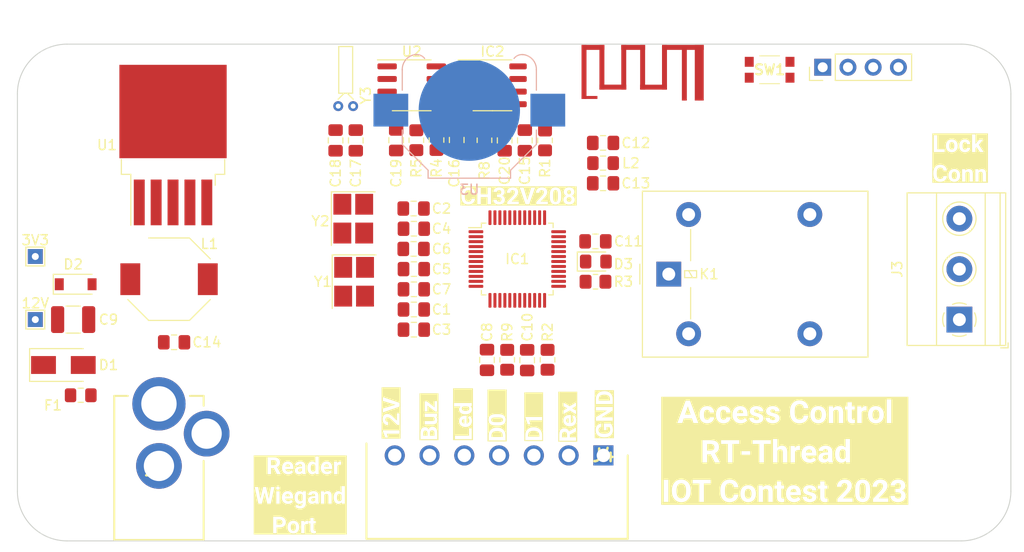
<source format=kicad_pcb>
(kicad_pcb (version 20211014) (generator pcbnew)
  (layers (0 "F.Cu" signal) (31 "B.Cu" signal) (34 "B.Paste" user) (35 "F.Paste" user) (36 "B.SilkS" user "B.Silkscreen") (37 "F.SilkS" user "F.Silkscreen") (38 "B.Mask" user) (39 "F.Mask" user) (44 "Edge.Cuts" user))
  (net 0 "")
  (net 1 "+12V")
  (net 2 "+3V3")
  (net 3 "REX1")
  (net 4 "Net-(C19-Pad2)")
  (net 5 "SDA")
  (net 6 "SCL")
  (net 7 "Net-(D3-Pad2)")
  (net 8 "GND")
  (net 9 "/COM1")
  (net 10 "/NO1")
  (net 11 "/NC1")
  (net 12 "/OUT")
  (net 13 "Net-(C18-Pad1)")
  (net 14 "Net-(C17-Pad1)")
  (net 15 "Net-(U2-Pad3)")
  (net 17 "VCC")
  (net 18 "OSC32IN")
  (net 19 "OSC32OUT")
  (net 20 "OSC_IN")
  (net 21 "+3.3V")
  (net 22 "Relay")
  (net 23 "DATA1")
  (net 24 "DATA0")
  (net 25 "USBDM")
  (net 26 "USBDP")
  (net 27 "SWDIO")
  (net 28 "Net-(AE1-Pad1)")
  (net 29 "SWCLK")
  (net 30 "Net-(C6-Pad2)")
  (net 31 "Net-(C5-Pad2)")
  (net 32 "Net-(C7-Pad2)")
  (net 33 "Net-(R2-Pad1)")
  (net 34 "Net-(C11-Pad1)")
  (net 35 "Net-(C12-Pad2)")
  (net 36 "Net-(R1-Pad2)")
  (net 37 "Buzzer")
  (net 38 "Led")
  (net 62 "OSC_OUT")
  (footprint "Resistor_SMD:R_0805_2012Metric_Pad1.20x1.40mm_HandSolder" (layer "F.Cu") (at 118.11 59.69 90)
    (fp_text reference "R1" (at -2.794 0 90) (layer "F.SilkS"))
    (fp_text value "10K")
    (pad "1" smd roundrect (at -1 0 90) (size 1.2 1.4) (layers "F.Cu" "F.Paste" "F.Mask") (roundrect_rratio 0.208333) (net 8 "GND"))
    (pad "2" smd roundrect (at 1 0 90) (size 1.2 1.4) (layers "F.Cu" "F.Paste" "F.Mask") (roundrect_rratio 0.208333) (net 36 "Net-(R1-Pad2)"))
  )
  (footprint "TestPoint:TestPoint_THTPad_1.5x1.5mm_Drill0.7mm" (layer "F.Cu") (at 66.802 71.374)
    (fp_text reference "3V3" (at 0 -1.648) (layer "F.SilkS"))
    (fp_text value "TestPoint")
    (pad "1" thru_hole rect (at 0 0) (size 1.5 1.5) (drill 0.7) (layers *.Cu *.Mask) (net 2 "+3V3"))
  )
  (footprint "Resistor_SMD:R_0805_2012Metric_Pad1.20x1.40mm_HandSolder" (layer "F.Cu") (at 118.364 81.772 90)
    (fp_text reference "R2" (at 2.778 0 90) (layer "F.SilkS"))
    (fp_text value "10K")
    (pad "1" smd roundrect (at -1 0 90) (size 1.2 1.4) (layers "F.Cu" "F.Paste" "F.Mask") (roundrect_rratio 0.208333) (net 33 "Net-(R2-Pad1)"))
    (pad "2" smd roundrect (at 1 0 90) (size 1.2 1.4) (layers "F.Cu" "F.Paste" "F.Mask") (roundrect_rratio 0.208333) (net 8 "GND"))
  )
  (footprint "Resistor_SMD:R_0805_2012Metric_Pad1.20x1.40mm_HandSolder" (layer "F.Cu") (at 107.188 59.6525 90)
    (fp_text reference "R4" (at -2.8315 0 90) (layer "F.SilkS"))
    (fp_text value "4K")
    (pad "1" smd roundrect (at -1 0 90) (size 1.2 1.4) (layers "F.Cu" "F.Paste" "F.Mask") (roundrect_rratio 0.208333) (net 2 "+3V3"))
    (pad "2" smd roundrect (at 1 0 90) (size 1.2 1.4) (layers "F.Cu" "F.Paste" "F.Mask") (roundrect_rratio 0.208333) (net 6 "SCL"))
  )
  (footprint "kibuzzard-64C4325D" (layer "F.Cu") (at 115.443 65.278)
    (fp_text reference "kibuzzard-64C4325D" hide)
    (fp_text value "G***" hide)
  )
  (footprint "Package_SO:SOIC-8_3.9x4.9mm_P1.27mm" (layer "F.Cu") (at 104.69 54.142)
    (fp_text reference "U2" (at 0 -3.4) (layer "F.SilkS"))
    (fp_text value "PCF8523T")
    (pad "1" smd roundrect (at -2.475 -1.905) (size 1.95 0.6) (layers "F.Cu" "F.Paste" "F.Mask") (net 13 "Net-(C18-Pad1)"))
    (pad "2" smd roundrect (at -2.475 -0.635) (size 1.95 0.6) (layers "F.Cu" "F.Paste" "F.Mask") (net 14 "Net-(C17-Pad1)"))
    (pad "3" smd roundrect (at -2.475 0.635) (size 1.95 0.6) (layers "F.Cu" "F.Paste" "F.Mask") (net 15 "Net-(U2-Pad3)"))
    (pad "4" smd roundrect (at -2.475 1.905) (size 1.95 0.6) (layers "F.Cu" "F.Paste" "F.Mask") (net 8 "GND"))
    (pad "5" smd roundrect (at 2.475 1.905) (size 1.95 0.6) (layers "F.Cu" "F.Paste" "F.Mask") (net 5 "SDA"))
    (pad "6" smd roundrect (at 2.475 0.635) (size 1.95 0.6) (layers "F.Cu" "F.Paste" "F.Mask") (net 6 "SCL"))
    (pad "7" smd roundrect (at 2.475 -0.635) (size 1.95 0.6) (layers "F.Cu" "F.Paste" "F.Mask"))
    (pad "8" smd roundrect (at 2.475 -1.905) (size 1.95 0.6) (layers "F.Cu" "F.Paste" "F.Mask") (net 4 "Net-(C19-Pad2)"))
  )
  (footprint "Resistor_SMD:R_0805_2012Metric_Pad1.20x1.40mm_HandSolder" (layer "F.Cu") (at 114.3 81.772 -90)
    (fp_text reference "R9" (at -2.778 0 90) (layer "F.SilkS"))
    (fp_text value "10K")
    (pad "1" smd roundrect (at -1 0 270) (size 1.2 1.4) (layers "F.Cu" "F.Paste" "F.Mask") (roundrect_rratio 0.208333) (net 2 "+3V3"))
    (pad "2" smd roundrect (at 1 0 270) (size 1.2 1.4) (layers "F.Cu" "F.Paste" "F.Mask") (roundrect_rratio 0.208333) (net 3 "REX1"))
  )
  (footprint "Library Loader:SHDRRA7W80P0X350_1X7_2590X920X730P" (layer "F.Cu") (at 123.984 91.396 180)
    (fp_text reference "J4" (at 0 0) (layer "F.SilkS") (effects (font (size 1.27 1.27) (thickness 0.254))))
    (fp_text value "39502-1007" hide)
    (pad "1" thru_hole rect locked (at 0 0 180) (size 2.025 2.025) (drill 1.35) (layers *.Cu *.Mask) (net 8 "GND"))
    (pad "2" thru_hole circle locked (at 3.5 0 180) (size 2.025 2.025) (drill 1.35) (layers *.Cu *.Mask) (net 3 "REX1"))
    (pad "3" thru_hole circle locked (at 7 0 180) (size 2.025 2.025) (drill 1.35) (layers *.Cu *.Mask) (net 23 "DATA1"))
    (pad "4" thru_hole circle locked (at 10.5 0 180) (size 2.025 2.025) (drill 1.35) (layers *.Cu *.Mask) (net 24 "DATA0"))
    (pad "5" thru_hole circle locked (at 14 0 180) (size 2.025 2.025) (drill 1.35) (layers *.Cu *.Mask) (net 38 "Led"))
    (pad "6" thru_hole circle locked (at 17.5 0 180) (size 2.025 2.025) (drill 1.35) (layers *.Cu *.Mask) (net 37 "Buzzer"))
    (pad "7" thru_hole circle locked (at 21 0 180) (size 2.025 2.025) (drill 1.35) (layers *.Cu *.Mask) (net 1 "+12V"))
  )
  (footprint "Library Loader:CH32V203C8T6_LQFP-48_7x7mm_P0.5mm" (layer "F.Cu") (at 115.316 71.628)
    (fp_text reference "IC1" (at 0 0) (layer "F.SilkS"))
    (fp_text value "CH32V208RBT6")
    (pad "1" smd roundrect (at -4.1625 -2.75) (size 1.475 0.3) (layers "F.Cu" "F.Paste" "F.Mask") (net 30 "Net-(C6-Pad2)"))
    (pad "2" smd roundrect (at -4.1625 -2.25) (size 1.475 0.3) (layers "F.Cu" "F.Paste" "F.Mask"))
    (pad "3" smd roundrect (at -4.1625 -1.75) (size 1.475 0.3) (layers "F.Cu" "F.Paste" "F.Mask") (net 18 "OSC32IN"))
    (pad "4" smd roundrect (at -4.1625 -1.25) (size 1.475 0.3) (layers "F.Cu" "F.Paste" "F.Mask") (net 19 "OSC32OUT"))
    (pad "5" smd roundrect (at -4.1625 -0.75) (size 1.475 0.3) (layers "F.Cu" "F.Paste" "F.Mask") (net 8 "GND"))
    (pad "6" smd roundrect (at -4.1625 -0.25) (size 1.475 0.3) (layers "F.Cu" "F.Paste" "F.Mask") (net 20 "OSC_IN"))
    (pad "7" smd roundrect (at -4.1625 0.25) (size 1.475 0.3) (layers "F.Cu" "F.Paste" "F.Mask") (net 62 "OSC_OUT"))
    (pad "8" smd roundrect (at -4.1625 0.75) (size 1.475 0.3) (layers "F.Cu" "F.Paste" "F.Mask") (net 31 "Net-(C5-Pad2)"))
    (pad "9" smd roundrect (at -4.1625 1.25) (size 1.475 0.3) (layers "F.Cu" "F.Paste" "F.Mask"))
    (pad "10" smd roundrect (at -4.1625 1.75) (size 1.475 0.3) (layers "F.Cu" "F.Paste" "F.Mask"))
    (pad "11" smd roundrect (at -4.1625 2.25) (size 1.475 0.3) (layers "F.Cu" "F.Paste" "F.Mask"))
    (pad "12" smd roundrect (at -4.1625 2.75) (size 1.475 0.3) (layers "F.Cu" "F.Paste" "F.Mask"))
    (pad "13" smd roundrect (at -2.75 4.1625) (size 0.3 1.475) (layers "F.Cu" "F.Paste" "F.Mask"))
    (pad "14" smd roundrect (at -2.25 4.1625) (size 0.3 1.475) (layers "F.Cu" "F.Paste" "F.Mask") (net 32 "Net-(C7-Pad2)"))
    (pad "15" smd roundrect (at -1.75 4.1625) (size 0.3 1.475) (layers "F.Cu" "F.Paste" "F.Mask"))
    (pad "16" smd roundrect (at -1.25 4.1625) (size 0.3 1.475) (layers "F.Cu" "F.Paste" "F.Mask"))
    (pad "17" smd roundrect (at -0.75 4.1625) (size 0.3 1.475) (layers "F.Cu" "F.Paste" "F.Mask"))
    (pad "18" smd roundrect (at -0.25 4.1625) (size 0.3 1.475) (layers "F.Cu" "F.Paste" "F.Mask") (net 8 "GND"))
    (pad "19" smd roundrect (at 0.25 4.1625) (size 0.3 1.475) (layers "F.Cu" "F.Paste" "F.Mask") (net 21 "+3.3V"))
    (pad "20" smd roundrect (at 0.75 4.1625) (size 0.3 1.475) (layers "F.Cu" "F.Paste" "F.Mask"))
    (pad "21" smd roundrect (at 1.25 4.1625) (size 0.3 1.475) (layers "F.Cu" "F.Paste" "F.Mask"))
    (pad "22" smd roundrect (at 1.75 4.1625) (size 0.3 1.475) (layers "F.Cu" "F.Paste" "F.Mask"))
    (pad "23" smd roundrect (at 2.25 4.1625) (size 0.3 1.475) (layers "F.Cu" "F.Paste" "F.Mask"))
    (pad "24" smd roundrect (at 2.75 4.1625) (size 0.3 1.475) (layers "F.Cu" "F.Paste" "F.Mask"))
    (pad "25" smd roundrect (at 4.1625 2.75) (size 1.475 0.3) (layers "F.Cu" "F.Paste" "F.Mask"))
    (pad "26" smd roundrect (at 4.1625 2.25) (size 1.475 0.3) (layers "F.Cu" "F.Paste" "F.Mask"))
    (pad "27" smd roundrect (at 4.1625 1.75) (size 1.475 0.3) (layers "F.Cu" "F.Paste" "F.Mask"))
    (pad "28" smd roundrect (at 4.1625 1.25) (size 1.475 0.3) (layers "F.Cu" "F.Paste" "F.Mask") (net 33 "Net-(R2-Pad1)"))
    (pad "29" smd roundrect (at 4.1625 0.75) (size 1.475 0.3) (layers "F.Cu" "F.Paste" "F.Mask"))
    (pad "30" smd roundrect (at 4.1625 0.25) (size 1.475 0.3) (layers "F.Cu" "F.Paste" "F.Mask"))
    (pad "31" smd roundrect (at 4.1625 -0.25) (size 1.475 0.3) (layers "F.Cu" "F.Paste" "F.Mask") (net 8 "GND"))
    (pad "32" smd roundrect (at 4.1625 -0.75) (size 1.475 0.3) (layers "F.Cu" "F.Paste" "F.Mask") (net 21 "+3.3V"))
    (pad "33" smd roundrect (at 4.1625 -1.25) (size 1.475 0.3) (layers "F.Cu" "F.Paste" "F.Mask"))
    (pad "34" smd roundrect (at 4.1625 -1.75) (size 1.475 0.3) (layers "F.Cu" "F.Paste" "F.Mask"))
    (pad "35" smd roundrect (at 4.1625 -2.25) (size 1.475 0.3) (layers "F.Cu" "F.Paste" "F.Mask"))
    (pad "36" smd roundrect (at 4.1625 -2.75) (size 1.475 0.3) (layers "F.Cu" "F.Paste" "F.Mask") (net 22 "Relay"))
    (pad "37" smd roundrect (at 2.75 -4.1625) (size 0.3 1.475) (layers "F.Cu" "F.Paste" "F.Mask") (net 37 "Buzzer"))
    (pad "38" smd roundrect (at 2.25 -4.1625) (size 0.3 1.475) (layers "F.Cu" "F.Paste" "F.Mask") (net 38 "Led"))
    (pad "39" smd roundrect (at 1.75 -4.1625) (size 0.3 1.475) (layers "F.Cu" "F.Paste" "F.Mask") (net 23 "DATA1"))
    (pad "40" smd roundrect (at 1.25 -4.1625) (size 0.3 1.475) (layers "F.Cu" "F.Paste" "F.Mask") (net 24 "DATA0"))
    (pad "41" smd roundrect (at 0.75 -4.1625) (size 0.3 1.475) (layers "F.Cu" "F.Paste" "F.Mask") (net 6 "SCL"))
    (pad "42" smd roundrect (at 0.25 -4.1625) (size 0.3 1.475) (layers "F.Cu" "F.Paste" "F.Mask") (net 5 "SDA"))
    (pad "43" smd roundrect (at -0.25 -4.1625) (size 0.3 1.475) (layers "F.Cu" "F.Paste" "F.Mask"))
    (pad "44" smd roundrect (at -0.75 -4.1625) (size 0.3 1.475) (layers "F.Cu" "F.Paste" "F.Mask") (net 25 "USBDM"))
    (pad "45" smd roundrect (at -1.25 -4.1625) (size 0.3 1.475) (layers "F.Cu" "F.Paste" "F.Mask") (net 26 "USBDP"))
    (pad "46" smd roundrect (at -1.75 -4.1625) (size 0.3 1.475) (layers "F.Cu" "F.Paste" "F.Mask") (net 27 "SWDIO"))
    (pad "47" smd roundrect (at -2.25 -4.1625) (size 0.3 1.475) (layers "F.Cu" "F.Paste" "F.Mask") (net 34 "Net-(C11-Pad1)"))
    (pad "48" smd roundrect (at -2.75 -4.1625) (size 0.3 1.475) (layers "F.Cu" "F.Paste" "F.Mask") (net 35 "Net-(C12-Pad2)"))
  )
  (footprint "Resistor_SMD:R_0805_2012Metric_Pad1.20x1.40mm_HandSolder" (layer "F.Cu") (at 112.014 59.674 90)
    (fp_text reference "R8" (at -3.064 0 90) (layer "F.SilkS"))
    (fp_text value "1K")
    (pad "1" smd roundrect (at -1 0 90) (size 1.2 1.4) (layers "F.Cu" "F.Paste" "F.Mask") (roundrect_rratio 0.208333) (net 2 "+3V3"))
    (pad "2" smd roundrect (at 1 0 90) (size 1.2 1.4) (layers "F.Cu" "F.Paste" "F.Mask") (roundrect_rratio 0.208333) (net 4 "Net-(C19-Pad2)"))
  )
  (footprint "Capacitor_SMD:C_0805_2012Metric_Pad1.18x1.45mm_HandSolder" (layer "F.Cu") (at 104.902 76.708 180)
    (fp_text reference "C1" (at -2.794 0) (layer "F.SilkS"))
    (fp_text value "12pF")
    (pad "1" smd roundrect (at -1.0375 0 180) (size 1.175 1.45) (layers "F.Cu" "F.Paste" "F.Mask") (roundrect_rratio 0.212766) (net 8 "GND"))
    (pad "2" smd roundrect (at 1.0375 0 180) (size 1.175 1.45) (layers "F.Cu" "F.Paste" "F.Mask") (roundrect_rratio 0.212766) (net 20 "OSC_IN"))
  )
  (footprint "Inductor_SMD:L_Bourns-SRU8028_8.0x8.0mm" (layer "F.Cu") (at 80.264 73.66)
    (fp_text reference "L1" (at 4.064 -3.556) (layer "F.SilkS"))
    (fp_text value "SRU8043-101Y")
    (pad "1" smd rect (at -3.9 0) (size 2 3.2) (layers "F.Cu" "F.Paste" "F.Mask") (net 12 "/OUT"))
    (pad "2" smd rect (at 3.9 0) (size 2 3.2) (layers "F.Cu" "F.Paste" "F.Mask") (net 2 "+3V3"))
  )
  (footprint "kibuzzard-64C4306F" (layer "F.Cu") (at 142.24 90.932)
    (fp_text reference "kibuzzard-64C4306F" hide)
    (fp_text value "G***" hide)
  )
  (footprint "kibuzzard-64C431A8" (layer "F.Cu") (at 120.396 87.503 90)
    (fp_text reference "kibuzzard-64C431A8" hide)
    (fp_text value "G***" hide)
  )
  (footprint "Crystal:Crystal_DS10_D1.0mm_L4.3mm_Horizontal" (layer "F.Cu") (at 98.794 56.24 180)
    (fp_text reference "Y3" (at -1.27 1.075 90) (layer "F.SilkS"))
    (fp_text value "32.768KHz")
    (pad "1" thru_hole circle (at 0 0 180) (size 1 1) (drill 0.5) (layers *.Cu *.Mask) (net 14 "Net-(C17-Pad1)"))
    (pad "2" thru_hole circle (at 1.5 0 180) (size 1 1) (drill 0.5) (layers *.Cu *.Mask) (net 13 "Net-(C18-Pad1)"))
  )
  (footprint "Capacitor_SMD:C_0805_2012Metric_Pad1.18x1.45mm_HandSolder" (layer "F.Cu") (at 116.078 59.69 90)
    (fp_text reference "C15" (at -3.048 0 90) (layer "F.SilkS"))
    (fp_text value "30pF")
    (pad "1" smd roundrect (at -1.0375 0 90) (size 1.175 1.45) (layers "F.Cu" "F.Paste" "F.Mask") (roundrect_rratio 0.212766) (net 5 "SDA"))
    (pad "2" smd roundrect (at 1.0375 0 90) (size 1.175 1.45) (layers "F.Cu" "F.Paste" "F.Mask") (roundrect_rratio 0.212766) (net 8 "GND"))
  )
  (footprint "Capacitor_SMD:C_0805_2012Metric_Pad1.18x1.45mm_HandSolder" (layer "F.Cu") (at 116.3105 81.8095 90)
    (fp_text reference "C10" (at 3.3235 0.0215 270) (layer "F.SilkS"))
    (fp_text value "0.1uF")
    (pad "1" smd roundrect (at -1.0375 0 90) (size 1.175 1.45) (layers "F.Cu" "F.Paste" "F.Mask") (roundrect_rratio 0.212766) (net 8 "GND"))
    (pad "2" smd roundrect (at 1.0375 0 90) (size 1.175 1.45) (layers "F.Cu" "F.Paste" "F.Mask") (roundrect_rratio 0.212766) (net 21 "+3.3V"))
  )
  (footprint "Capacitor_SMD:C_0805_2012Metric_Pad1.18x1.45mm_HandSolder" (layer "F.Cu") (at 104.902 74.676)
    (fp_text reference "C7" (at 2.794 0) (layer "F.SilkS"))
    (fp_text value "0.1uF")
    (pad "1" smd roundrect (at -1.0375 0) (size 1.175 1.45) (layers "F.Cu" "F.Paste" "F.Mask") (roundrect_rratio 0.212766) (net 8 "GND"))
    (pad "2" smd roundrect (at 1.0375 0) (size 1.175 1.45) (layers "F.Cu" "F.Paste" "F.Mask") (roundrect_rratio 0.212766) (net 32 "Net-(C7-Pad2)"))
  )
  (footprint "kibuzzard-64C431EA" (layer "F.Cu") (at 102.616 87.122 90)
    (fp_text reference "kibuzzard-64C431EA" hide)
    (fp_text value "G***" hide)
  )
  (footprint "MountingHole:MountingHole_4.3mm_M4" (layer "F.Cu") (at 160 95)
    (fp_text reference "H1")
    (fp_text value "MountingHole")
    (pad "" np_thru_hole circle (at 0 0) (size 4.3 4.3) (drill 4.3) (layers *.Cu *.Mask))
  )
  (footprint "Inductor_SMD:L_0805_2012Metric_Pad1.15x1.40mm_HandSolder" (layer "F.Cu") (at 123.952 61.976)
    (fp_text reference "L2" (at 2.794 0) (layer "F.SilkS"))
    (fp_text value "L_Small")
    (pad "1" smd roundrect (at -1.025 0) (size 1.15 1.4) (layers "F.Cu" "F.Paste" "F.Mask") (roundrect_rratio 0.217391) (net 35 "Net-(C12-Pad2)"))
    (pad "2" smd roundrect (at 1.025 0) (size 1.15 1.4) (layers "F.Cu" "F.Paste" "F.Mask") (roundrect_rratio 0.217391) (net 28 "Net-(AE1-Pad1)"))
  )
  (footprint "Library Loader:RAPC722X" (layer "F.Cu") (at 79.248 92.456)
    (fp_text reference "J2" (at -0.375 0.366) (layer "F.SilkS") (effects (font (size 1.27 1.27) (thickness 0.254))))
    (fp_text value "RAPC722X" hide)
    (pad "1" thru_hole circle locked (at 4.8 -3.25) (size 4.6 4.6) (drill 3.05) (layers *.Cu *.Mask) (net 8 "GND"))
    (pad "2" thru_hole circle locked (at 0 0) (size 4.6 4.6) (drill 3.05) (layers *.Cu *.Mask) (net 8 "GND"))
    (pad "3" thru_hole circle locked (at 0 -6.25) (size 5.36 5.36) (drill 3.56) (layers *.Cu *.Mask) (net 17 "VCC"))
  )
  (footprint "Crystal:Crystal_SMD_SeikoEpson_FA238-4Pin_3.2x2.5mm_HandSoldering" (layer "F.Cu") (at 98.89 73.914 -90)
    (fp_text reference "Y1" (at 0 3.132 180) (layer "F.SilkS"))
    (fp_text value "32MHz")
    (pad "1" smd rect (at -1.45 1.1 270) (size 2.1 1.8) (layers "F.Cu" "F.Paste" "F.Mask") (net 20 "OSC_IN"))
    (pad "2" smd rect (at 1.45 1.1 270) (size 2.1 1.8) (layers "F.Cu" "F.Paste" "F.Mask") (net 8 "GND"))
    (pad "3" smd rect (at 1.45 -1.1 270) (size 2.1 1.8) (layers "F.Cu" "F.Paste" "F.Mask") (net 62 "OSC_OUT"))
    (pad "4" smd rect (at -1.45 -1.1 270) (size 2.1 1.8) (layers "F.Cu" "F.Paste" "F.Mask") (net 8 "GND"))
  )
  (footprint "Capacitor_SMD:C_0805_2012Metric_Pad1.18x1.45mm_HandSolder" (layer "F.Cu") (at 104.8805 66.548 180)
    (fp_text reference "C2" (at -2.8155 0) (layer "F.SilkS"))
    (fp_text value "12pF")
    (pad "1" smd roundrect (at -1.0375 0 180) (size 1.175 1.45) (layers "F.Cu" "F.Paste" "F.Mask") (roundrect_rratio 0.212766) (net 8 "GND"))
    (pad "2" smd roundrect (at 1.0375 0 180) (size 1.175 1.45) (layers "F.Cu" "F.Paste" "F.Mask") (roundrect_rratio 0.212766) (net 18 "OSC32IN"))
  )
  (footprint "Capacitor_SMD:C_1210_3225Metric_Pad1.33x2.70mm_HandSolder" (layer "F.Cu") (at 70.612 77.724)
    (fp_text reference "C9" (at 3.556 0) (layer "F.SilkS"))
    (fp_text value "100uF")
    (pad "1" smd roundrect (at -1.5625 0) (size 1.325 2.7) (layers "F.Cu" "F.Paste" "F.Mask") (roundrect_rratio 0.188679) (net 1 "+12V"))
    (pad "2" smd roundrect (at 1.5625 0) (size 1.325 2.7) (layers "F.Cu" "F.Paste" "F.Mask") (roundrect_rratio 0.188679) (net 8 "GND"))
  )
  (footprint "Capacitor_SMD:C_0805_2012Metric_Pad1.18x1.45mm_HandSolder" (layer "F.Cu") (at 104.902 72.644)
    (fp_text reference "C5" (at 2.794 0) (layer "F.SilkS"))
    (fp_text value "0.1uF")
    (pad "1" smd roundrect (at -1.0375 0) (size 1.175 1.45) (layers "F.Cu" "F.Paste" "F.Mask") (roundrect_rratio 0.212766) (net 8 "GND"))
    (pad "2" smd roundrect (at 1.0375 0) (size 1.175 1.45) (layers "F.Cu" "F.Paste" "F.Mask") (roundrect_rratio 0.212766) (net 31 "Net-(C5-Pad2)"))
  )
  (footprint "Diode_SMD:D_SOD-123" (layer "F.Cu") (at 70.866 74.168)
    (fp_text reference "D2" (at -0.254 -2) (layer "F.SilkS"))
    (fp_text value "1N5817")
    (pad "1" smd rect (at -1.65 0) (size 0.9 1.2) (layers "F.Cu" "F.Paste" "F.Mask") (net 12 "/OUT"))
    (pad "2" smd rect (at 1.65 0) (size 0.9 1.2) (layers "F.Cu" "F.Paste" "F.Mask") (net 8 "GND"))
  )
  (footprint "Capacitor_SMD:C_0805_2012Metric_Pad1.18x1.45mm_HandSolder" (layer "F.Cu") (at 103.124 59.6685 90)
    (fp_text reference "C19" (at -3.3235 0 90) (layer "F.SilkS"))
    (fp_text value "3.3uF")
    (pad "1" smd roundrect (at -1.0375 0 90) (size 1.175 1.45) (layers "F.Cu" "F.Paste" "F.Mask") (roundrect_rratio 0.212766) (net 8 "GND"))
    (pad "2" smd roundrect (at 1.0375 0 90) (size 1.175 1.45) (layers "F.Cu" "F.Paste" "F.Mask") (roundrect_rratio 0.212766) (net 4 "Net-(C19-Pad2)"))
  )
  (footprint "Diode_SMD:D_SMA" (layer "F.Cu") (at 69.628 82.296)
    (fp_text reference "D1" (at 4.54 0) (layer "F.SilkS"))
    (fp_text value "B340A-E3_61T")
    (pad "1" smd rect (at -2 0) (size 2.5 1.8) (layers "F.Cu" "F.Paste" "F.Mask") (net 1 "+12V"))
    (pad "2" smd rect (at 2 0) (size 2.5 1.8) (layers "F.Cu" "F.Paste" "F.Mask") (net 8 "GND"))
  )
  (footprint "Capacitor_SMD:C_0805_2012Metric_Pad1.18x1.45mm_HandSolder" (layer "F.Cu") (at 80.772 80.01)
    (fp_text reference "C14" (at 3.302 0) (layer "F.SilkS"))
    (fp_text value "100uF")
    (pad "1" smd roundrect (at -1.0375 0) (size 1.175 1.45) (layers "F.Cu" "F.Paste" "F.Mask") (roundrect_rratio 0.212766) (net 2 "+3V3"))
    (pad "2" smd roundrect (at 1.0375 0) (size 1.175 1.45) (layers "F.Cu" "F.Paste" "F.Mask") (roundrect_rratio 0.212766) (net 8 "GND"))
  )
  (footprint "kibuzzard-64C431CD" (layer "F.Cu") (at 109.855 87.249 90)
    (fp_text reference "kibuzzard-64C431CD" hide)
    (fp_text value "G***" hide)
  )
  (footprint "Relay_THT:Relay_SPDT_Omron-G5LE-1" (layer "F.Cu") (at 130.5645 73.152 90)
    (fp_text reference "K1" (at 0 4.0555 180) (layer "F.SilkS"))
    (fp_text value "G5LE-1")
    (pad "1" thru_hole rect (at 0 0 90) (size 2.5 2.5) (drill 1.3) (layers *.Cu *.Mask) (net 9 "/COM1"))
    (pad "2" thru_hole oval (at -6 2 90) (size 2.5 2.5) (drill 1.3) (layers *.Cu *.Mask) (net 22 "Relay"))
    (pad "3" thru_hole oval (at -6 14.2 90) (size 2.5 2.5) (drill 1.3) (layers *.Cu *.Mask) (net 10 "/NO1"))
    (pad "4" thru_hole oval (at 6 14.2 90) (size 2.5 2.5) (drill 1.3) (layers *.Cu *.Mask) (net 11 "/NC1"))
    (pad "5" thru_hole oval (at 6 2 90) (size 2.5 2.5) (drill 1.3) (layers *.Cu *.Mask) (net 2 "+3V3"))
  )
  (footprint "Capacitor_SMD:C_0805_2012Metric_Pad1.18x1.45mm_HandSolder" (layer "F.Cu") (at 114.046 59.69 90)
    (fp_text reference "C20" (at -3.048 0 90) (layer "F.SilkS"))
    (fp_text value "0.1uF")
    (pad "1" smd roundrect (at -1.0375 0 90) (size 1.175 1.45) (layers "F.Cu" "F.Paste" "F.Mask") (roundrect_rratio 0.212766) (net 2 "+3V3"))
    (pad "2" smd roundrect (at 1.0375 0 90) (size 1.175 1.45) (layers "F.Cu" "F.Paste" "F.Mask") (roundrect_rratio 0.212766) (net 8 "GND"))
  )
  (footprint "Diode_SMD:D_0805_2012Metric_Pad1.15x1.40mm_HandSolder" (layer "F.Cu") (at 123.222 71.882)
    (fp_text reference "D3" (at 2.778 0.254) (layer "F.SilkS"))
    (fp_text value "Yellow")
    (pad "1" smd roundrect (at -1.025 0) (size 1.15 1.4) (layers "F.Cu" "F.Paste" "F.Mask") (roundrect_rratio 0.217391) (net 22 "Relay"))
    (pad "2" smd roundrect (at 1.025 0) (size 1.15 1.4) (layers "F.Cu" "F.Paste" "F.Mask") (roundrect_rratio 0.217391) (net 7 "Net-(D3-Pad2)"))
  )
  (footprint "kibuzzard-64C431C2" (layer "F.Cu") (at 113.284 87.376 90)
    (fp_text reference "kibuzzard-64C431C2" hide)
    (fp_text value "G***" hide)
  )
  (footprint "kibuzzard-64C431DA" (layer "F.Cu") (at 106.426 87.503 90)
    (fp_text reference "kibuzzard-64C431DA" hide)
    (fp_text value "G***" hide)
  )
  (footprint "kibuzzard-64C43248" (layer "F.Cu") (at 159.893 61.468)
    (fp_text reference "kibuzzard-64C43248" hide)
    (fp_text value "G***" hide)
  )
  (footprint "kibuzzard-64C431B7" (layer "F.Cu") (at 116.967 87.503 90)
    (fp_text reference "kibuzzard-64C431B7" hide)
    (fp_text value "G***" hide)
  )
  (footprint "Capacitor_SMD:C_0805_2012Metric_Pad1.18x1.45mm_HandSolder" (layer "F.Cu") (at 109.22 59.647 90)
    (fp_text reference "C16" (at -3.345 -0.254 90) (layer "F.SilkS"))
    (fp_text value "0.1uF")
    (pad "1" smd roundrect (at -1.0375 0 90) (size 1.175 1.45) (layers "F.Cu" "F.Paste" "F.Mask") (roundrect_rratio 0.212766) (net 2 "+3V3"))
    (pad "2" smd roundrect (at 1.0375 0 90) (size 1.175 1.45) (layers "F.Cu" "F.Paste" "F.Mask") (roundrect_rratio 0.212766) (net 8 "GND"))
  )
  (footprint "kibuzzard-64C43228" (layer "F.Cu") (at 93.472 95.377)
    (fp_text reference "kibuzzard-64C43228" hide)
    (fp_text value "G***" hide)
  )
  (footprint "Crystal:Crystal_SMD_SeikoEpson_FA238-4Pin_3.2x2.5mm_HandSoldering" (layer "F.Cu") (at 98.806 67.564 -90)
    (fp_text reference "Y2" (at 0.254 3.302 180) (layer "F.SilkS"))
    (fp_text value "32MHz")
    (pad "1" smd rect (at -1.45 1.1 270) (size 2.1 1.8) (layers "F.Cu" "F.Paste" "F.Mask") (net 18 "OSC32IN"))
    (pad "2" smd rect (at 1.45 1.1 270) (size 2.1 1.8) (layers "F.Cu" "F.Paste" "F.Mask") (net 8 "GND"))
    (pad "3" smd rect (at 1.45 -1.1 270) (size 2.1 1.8) (layers "F.Cu" "F.Paste" "F.Mask") (net 19 "OSC32OUT"))
    (pad "4" smd rect (at -1.45 -1.1 270) (size 2.1 1.8) (layers "F.Cu" "F.Paste" "F.Mask") (net 8 "GND"))
  )
  (footprint "Package_SO:SO-8_3.9x4.9mm_P1.27mm" (layer "F.Cu") (at 112.818 54.142)
    (fp_text reference "IC2" (at 0 -3.4) (layer "F.SilkS"))
    (fp_text value "M24M02-DRMN6TP")
    (pad "1" smd roundrect (at -2.575 -1.905) (size 1.75 0.6) (layers "F.Cu" "F.Paste" "F.Mask") (net 8 "GND"))
    (pad "2" smd roundrect (at -2.575 -0.635) (size 1.75 0.6) (layers "F.Cu" "F.Paste" "F.Mask") (net 8 "GND"))
    (pad "3" smd roundrect (at -2.575 0.635) (size 1.75 0.6) (layers "F.Cu" "F.Paste" "F.Mask") (net 2 "+3V3"))
    (pad "4" smd roundrect (at -2.575 1.905) (size 1.75 0.6) (layers "F.Cu" "F.Paste" "F.Mask") (net 8 "GND"))
    (pad "5" smd roundrect (at 2.575 1.905) (size 1.75 0.6) (layers "F.Cu" "F.Paste" "F.Mask") (net 5 "SDA"))
    (pad "6" smd roundrect (at 2.575 0.635) (size 1.75 0.6) (layers "F.Cu" "F.Paste" "F.Mask") (net 6 "SCL"))
    (pad "7" smd roundrect (at 2.575 -0.635) (size 1.75 0.6) (layers "F.Cu" "F.Paste" "F.Mask") (net 8 "GND"))
    (pad "8" smd roundrect (at 2.575 -1.905) (size 1.75 0.6) (layers "F.Cu" "F.Paste" "F.Mask") (net 2 "+3V3"))
  )
  (footprint "TestPoint:TestPoint_THTPad_1.5x1.5mm_Drill0.7mm" (layer "F.Cu") (at 66.802 77.724)
    (fp_text reference "12V" (at 0 -1.648) (layer "F.SilkS"))
    (fp_text value "TestPoint")
    (pad "1" thru_hole rect (at 0 0) (size 1.5 1.5) (drill 0.7) (layers *.Cu *.Mask) (net 1 "+12V"))
  )
  (footprint "Capacitor_SMD:C_0805_2012Metric_Pad1.18x1.45mm_HandSolder" (layer "F.Cu") (at 123.1845 69.85)
    (fp_text reference "C11" (at 3.3235 0) (layer "F.SilkS"))
    (fp_text value "0.1uF")
    (pad "1" smd roundrect (at -1.0375 0) (size 1.175 1.45) (layers "F.Cu" "F.Paste" "F.Mask") (roundrect_rratio 0.212766) (net 34 "Net-(C11-Pad1)"))
    (pad "2" smd roundrect (at 1.0375 0) (size 1.175 1.45) (layers "F.Cu" "F.Paste" "F.Mask") (roundrect_rratio 0.212766) (net 8 "GND"))
  )
  (footprint "Capacitor_SMD:C_0805_2012Metric_Pad1.18x1.45mm_HandSolder" (layer "F.Cu") (at 123.952 64.008)
    (fp_text reference "C13" (at 3.302 0) (layer "F.SilkS"))
    (fp_text value "1pF")
    (pad "1" smd roundrect (at -1.0375 0) (size 1.175 1.45) (layers "F.Cu" "F.Paste" "F.Mask") (roundrect_rratio 0.212766) (net 8 "GND"))
    (pad "2" smd roundrect (at 1.0375 0) (size 1.175 1.45) (layers "F.Cu" "F.Paste" "F.Mask") (roundrect_rratio 0.212766) (net 28 "Net-(AE1-Pad1)"))
  )
  (footprint "Capacitor_SMD:C_0805_2012Metric_Pad1.18x1.45mm_HandSolder" (layer "F.Cu") (at 104.902 68.58)
    (fp_text reference "C4" (at 2.794 0) (layer "F.SilkS"))
    (fp_text value "12pF")
    (pad "1" smd roundrect (at -1.0375 0) (size 1.175 1.45) (layers "F.Cu" "F.Paste" "F.Mask") (roundrect_rratio 0.212766) (net 8 "GND"))
    (pad "2" smd roundrect (at 1.0375 0) (size 1.175 1.45) (layers "F.Cu" "F.Paste" "F.Mask") (roundrect_rratio 0.212766) (net 19 "OSC32OUT"))
  )
  (footprint "Package_TO_SOT_SMD:TO-263-5_TabPin3" (layer "F.Cu") (at 80.665 60.156 90)
    (fp_text reference "U1" (at 0 -6.65 180) (layer "F.SilkS"))
    (fp_text value "GL2576-3.3TA5R")
    (pad "1" smd rect (at -5.775 -3.4 90) (size 4.6 1.1) (layers "F.Cu" "F.Paste" "F.Mask") (net 1 "+12V"))
    (pad "2" smd rect (at -5.775 -1.7 90) (size 4.6 1.1) (layers "F.Cu" "F.Paste" "F.Mask") (net 12 "/OUT"))
    (pad "3" smd rect (at 3.375 0 90) (size 9.4 10.8) (layers "F.Cu" "F.Mask") (net 8 "GND"))
    (pad "3" smd rect (at -5.775 0 90) (size 4.6 1.1) (layers "F.Cu" "F.Paste" "F.Mask") (net 8 "GND"))
    (pad "4" smd rect (at -5.775 1.7 90) (size 4.6 1.1) (layers "F.Cu" "F.Paste" "F.Mask") (net 2 "+3V3"))
    (pad "5" smd rect (at -5.775 3.4 90) (size 4.6 1.1) (layers "F.Cu" "F.Paste" "F.Mask") (net 8 "GND"))
  )
  (footprint "Capacitor_SMD:C_0805_2012Metric_Pad1.18x1.45mm_HandSolder" (layer "F.Cu") (at 104.8805 70.612)
    (fp_text reference "C6" (at 2.8155 0) (layer "F.SilkS"))
    (fp_text value "0.1uF")
    (pad "1" smd roundrect (at -1.0375 0) (size 1.175 1.45) (layers "F.Cu" "F.Paste" "F.Mask") (roundrect_rratio 0.212766) (net 8 "GND"))
    (pad "2" smd roundrect (at 1.0375 0) (size 1.175 1.45) (layers "F.Cu" "F.Paste" "F.Mask") (roundrect_rratio 0.212766) (net 30 "Net-(C6-Pad2)"))
  )
  (footprint "MountingHole:MountingHole_4.3mm_M4" (layer "F.Cu") (at 70 95)
    (fp_text reference "H3")
    (fp_text value "MountingHole")
    (pad "" np_thru_hole circle (at 0 0) (size 4.3 4.3) (drill 4.3) (layers *.Cu *.Mask))
  )
  (footprint "Fuse:Fuse_0805_2012Metric_Pad1.15x1.40mm_HandSolder" (layer "F.Cu") (at 71.374 85.344 180)
    (fp_text reference "F1" (at 2.794 -1.016) (layer "F.SilkS"))
    (fp_text value "0ZCG0260BF2B")
    (pad "1" smd roundrect (at -1.025 0 180) (size 1.15 1.4) (layers "F.Cu" "F.Paste" "F.Mask") (roundrect_rratio 0.217391) (net 17 "VCC"))
    (pad "2" smd roundrect (at 1.025 0 180) (size 1.15 1.4) (layers "F.Cu" "F.Paste" "F.Mask") (roundrect_rratio 0.217391) (net 1 "+12V"))
  )
  (footprint "Connector_PinHeader_2.54mm:PinHeader_1x04_P2.54mm_Vertical" (layer "F.Cu") (at 146.06 52.324 90)
    (fp_text reference "J1")
    (fp_text value "Conn_01x04_Male")
    (pad "1" thru_hole rect (at 0 0 90) (size 1.7 1.7) (drill 1) (layers *.Cu *.Mask) (net 27 "SWDIO"))
    (pad "2" thru_hole oval (at 0 2.54 90) (size 1.7 1.7) (drill 1) (layers *.Cu *.Mask) (net 29 "SWCLK"))
    (pad "3" thru_hole oval (at 0 5.08 90) (size 1.7 1.7) (drill 1) (layers *.Cu *.Mask) (net 8 "GND"))
    (pad "4" thru_hole oval (at 0 7.62 90) (size 1.7 1.7) (drill 1) (layers *.Cu *.Mask) (net 21 "+3.3V"))
  )
  (footprint "MountingHole:MountingHole_4.3mm_M4" (layer "F.Cu") (at 70 55)
    (fp_text reference "H4")
    (fp_text value "MountingHole")
    (pad "" np_thru_hole circle (at 0 0) (size 4.3 4.3) (drill 4.3) (layers *.Cu *.Mask))
  )
  (footprint "kibuzzard-64C43168" (layer "F.Cu") (at 124.079 87.249 90)
    (fp_text reference "kibuzzard-64C43168" hide)
    (fp_text value "G***" hide)
  )
  (footprint "Library Loader:ANT-F-1-2.4G-0.2MM-FPC-WCH" (layer "F.Cu") (at 128.016 52.832)
    (fp_text reference "AE1")
    (fp_text value "Antenna" hide)
    (fp_poly (pts (xy 4.367889 -2.487322) (xy 3.86789 -2.487322) (xy 3.86789 2.843999) (xy 4.367889 2.843999)) (layer "F.Cu") (width 0) (fill solid))
    (fp_poly (pts (xy 2.36789 1.249315) (xy -0.332501 1.249315) (xy -0.332501 1.743796) (xy 2.36789 1.743796)) (layer "F.Cu") (width 0) (fill solid))
    (fp_poly (pts (xy 0.16751 -2.756203) (xy -0.3325 -2.756203) (xy -0.3325 1.743797) (xy 0.16751 1.743797)) (layer "F.Cu") (width 0) (fill solid))
    (fp_poly (pts (xy -3.932496 -2.756204) (xy -4.432818 -2.756204) (xy -4.432818 1.743799) (xy -3.932496 1.743799)) (layer "F.Cu") (width 0) (fill solid))
    (fp_poly (pts (xy 6.067502 -2.756203) (xy 1.867503 -2.756203) (xy 1.867503 -2.256203) (xy 6.067502 -2.256203)) (layer "F.Cu") (width 0) (fill solid))
    (fp_poly (pts (xy -6.232496 2.683796) (xy -4.632496 2.683796) (xy -4.632496 2.383797) (xy -6.232496 2.383797)) (layer "F.Cu") (width 0) (fill solid))
    (fp_poly (pts (xy 6.067502 -2.756206) (xy 5.167183 -2.756206) (xy 5.167183 2.844) (xy 6.067502 2.844)) (layer "F.Cu") (width 0) (fill solid))
    (fp_poly (pts (xy -3.932497 -2.756203) (xy -6.232494 -2.756203) (xy -6.232494 -2.256203) (xy -3.932497 -2.256203)) (layer "F.Cu") (width 0) (fill solid))
    (fp_poly (pts (xy -5.732503 -2.756204) (xy -6.232493 -2.756204) (xy -6.232493 2.683795) (xy -5.732503 2.683795)) (layer "F.Cu") (width 0) (fill solid))
    (fp_poly (pts (xy 2.36789 -2.756206) (xy 1.867503 -2.756206) (xy 1.867503 1.743794) (xy 2.36789 1.743794)) (layer "F.Cu") (width 0) (fill solid))
    (fp_poly (pts (xy -1.732806 -2.756203) (xy -2.23249 -2.756203) (xy -2.23249 1.743797) (xy -1.732806 1.743797)) (layer "F.Cu") (width 0) (fill solid))
    (fp_poly (pts (xy 0.167507 -2.7562) (xy -2.232493 -2.7562) (xy -2.232493 -2.2562) (xy 0.167507 -2.2562)) (layer "F.Cu") (width 0) (fill solid))
    (fp_poly (pts (xy -1.732809 1.243872) (xy -4.432809 1.243872) (xy -4.432809 1.7438) (xy -1.732809 1.7438)) (layer "F.Cu") (width 0) (fill solid))
    (pad "0" smd rect (at 5.6103 2.744003 90) (size 0.2 0.2) (layers "F.Cu"))
    (pad "1" smd rect (at 4.1275 2.744003 90) (size 0.2 0.2) (layers "F.Cu") (net 28 "Net-(AE1-Pad1)"))
  )
  (footprint "TerminalBlock_Phoenix:TerminalBlock_Phoenix_MKDS-1,5-3-5.08_1x03_P5.08mm_Horizontal" (layer "F.Cu") (at 159.817 77.729 90)
    (fp_text reference "J3" (at 5.08 -6.26 90) (layer "F.SilkS"))
    (fp_text value "1715031")
    (pad "1" thru_hole rect (at 0 0 90) (size 2.6 2.6) (drill 1.3) (layers *.Cu *.Mask) (net 10 "/NO1"))
    (pad "2" thru_hole circle (at 5.08 0 90) (size 2.6 2.6) (drill 1.3) (layers *.Cu *.Mask) (net 9 "/COM1"))
    (pad "3" thru_hole circle (at 10.16 0 90) (size 2.6 2.6) (drill 1.3) (layers *.Cu *.Mask) (net 11 "/NC1"))
  )
  (footprint "Capacitor_SMD:C_0805_2012Metric_Pad1.18x1.45mm_HandSolder" (layer "F.Cu") (at 104.902 78.74 180)
    (fp_text reference "C3" (at -2.794 0) (layer "F.SilkS"))
    (fp_text value "12pF")
    (pad "1" smd roundrect (at -1.0375 0 180) (size 1.175 1.45) (layers "F.Cu" "F.Paste" "F.Mask") (roundrect_rratio 0.212766) (net 8 "GND"))
    (pad "2" smd roundrect (at 1.0375 0 180) (size 1.175 1.45) (layers "F.Cu" "F.Paste" "F.Mask") (roundrect_rratio 0.212766) (net 62 "OSC_OUT"))
  )
  (footprint "Capacitor_SMD:C_0805_2012Metric_Pad1.18x1.45mm_HandSolder" (layer "F.Cu") (at 99.06 59.69 -90)
    (fp_text reference "C17" (at 3.302 0 90) (layer "F.SilkS"))
    (fp_text value "12pF")
    (pad "1" smd roundrect (at -1.0375 0 270) (size 1.175 1.45) (layers "F.Cu" "F.Paste" "F.Mask") (roundrect_rratio 0.212766) (net 14 "Net-(C17-Pad1)"))
    (pad "2" smd roundrect (at 1.0375 0 270) (size 1.175 1.45) (layers "F.Cu" "F.Paste" "F.Mask") (roundrect_rratio 0.212766) (net 8 "GND"))
  )
  (footprint "Capacitor_SMD:C_0805_2012Metric_Pad1.18x1.45mm_HandSolder" (layer "F.Cu") (at 112.268 81.788 -90)
    (fp_text reference "C8" (at -2.794 0 -90) (layer "F.SilkS"))
    (fp_text value "0.1uF")
    (pad "1" smd roundrect (at -1.0375 0 270) (size 1.175 1.45) (layers "F.Cu" "F.Paste" "F.Mask") (roundrect_rratio 0.212766) (net 21 "+3.3V"))
    (pad "2" smd roundrect (at 1.0375 0 270) (size 1.175 1.45) (layers "F.Cu" "F.Paste" "F.Mask") (roundrect_rratio 0.212766) (net 8 "GND"))
  )
  (footprint "MountingHole:MountingHole_4.3mm_M4" (layer "F.Cu") (at 160 55)
    (fp_text reference "H2")
    (fp_text value "MountingHole")
    (pad "" np_thru_hole circle (at 0 0) (size 4.3 4.3) (drill 4.3) (layers *.Cu *.Mask))
  )
  (footprint "Resistor_SMD:R_0805_2012Metric_Pad1.20x1.40mm_HandSolder" (layer "F.Cu") (at 123.19 73.914)
    (fp_text reference "R3" (at 2.81 0) (layer "F.SilkS"))
    (fp_text value "1K")
    (pad "1" smd roundrect (at -1 0) (size 1.2 1.4) (layers "F.Cu" "F.Paste" "F.Mask") (roundrect_rratio 0.208333) (net 2 "+3V3"))
    (pad "2" smd roundrect (at 1 0) (size 1.2 1.4) (layers "F.Cu" "F.Paste" "F.Mask") (roundrect_rratio 0.208333) (net 7 "Net-(D3-Pad2)"))
  )
  (footprint "Library Loader:KMR621NGLFS" (layer "F.Cu") (at 140.716 52.578)
    (fp_text reference "SW1" (at 0 0) (layer "F.SilkS") (effects (font (size 1.016 1.016) (thickness 0.2032))))
    (fp_text value "SW_Push" hide)
    (pad "1" smd rect locked (at -2.05 -0.8) (size 0.9 1) (layers "F.Cu" "F.Paste" "F.Mask") (net 36 "Net-(R1-Pad2)"))
    (pad "2" smd rect locked (at 2.05 -0.8) (size 0.9 1) (layers "F.Cu" "F.Paste" "F.Mask") (net 21 "+3.3V"))
    (pad "3" smd rect locked (at -2.05 0.8) (size 0.9 1) (layers "F.Cu" "F.Paste" "F.Mask"))
    (pad "4" smd rect locked (at 2.05 0.8) (size 0.9 1) (layers "F.Cu" "F.Paste" "F.Mask"))
  )
  (footprint "Capacitor_SMD:C_0805_2012Metric_Pad1.18x1.45mm_HandSolder" (layer "F.Cu") (at 123.952 59.944)
    (fp_text reference "C12" (at 3.302 0) (layer "F.SilkS"))
    (fp_text value "1pF")
    (pad "1" smd roundrect (at -1.0375 0) (size 1.175 1.45) (layers "F.Cu" "F.Paste" "F.Mask") (roundrect_rratio 0.212766) (net 8 "GND"))
    (pad "2" smd roundrect (at 1.0375 0) (size 1.175 1.45) (layers "F.Cu" "F.Paste" "F.Mask") (roundrect_rratio 0.212766) (net 35 "Net-(C12-Pad2)"))
  )
  (footprint "Capacitor_SMD:C_0805_2012Metric_Pad1.18x1.45mm_HandSolder" (layer "F.Cu") (at 97.028 59.69 -90)
    (fp_text reference "C18" (at 3.302 0 90) (layer "F.SilkS"))
    (fp_text value "12pF")
    (pad "1" smd roundrect (at -1.0375 0 270) (size 1.175 1.45) (layers "F.Cu" "F.Paste" "F.Mask") (roundrect_rratio 0.212766) (net 13 "Net-(C18-Pad1)"))
    (pad "2" smd roundrect (at 1.0375 0 270) (size 1.175 1.45) (layers "F.Cu" "F.Paste" "F.Mask") (roundrect_rratio 0.212766) (net 8 "GND"))
  )
  (footprint "Resistor_SMD:R_0805_2012Metric_Pad1.20x1.40mm_HandSolder" (layer "F.Cu") (at 105.156 59.6685 90)
    (fp_text reference "R5" (at -2.8155 0 90) (layer "F.SilkS"))
    (fp_text value "4K")
    (pad "1" smd roundrect (at -1 0 90) (size 1.2 1.4) (layers "F.Cu" "F.Paste" "F.Mask") (roundrect_rratio 0.208333) (net 2 "+3V3"))
    (pad "2" smd roundrect (at 1 0 90) (size 1.2 1.4) (layers "F.Cu" "F.Paste" "F.Mask") (roundrect_rratio 0.208333) (net 5 "SDA"))
  )
  (footprint "Battery:BatteryHolder_Keystone_3000_1x12mm" (layer "B.Cu") (at 110.49 56.642)
    (fp_text reference "U3" (at 0 8) (layer "B.SilkS") (effects (justify mirror)))
    (fp_text value "BAT-HLD-001")
    (pad "1" smd rect (at -7.9 0) (size 3.5 3.3) (layers "B.Cu" "B.Paste" "B.Mask") (net 15 "Net-(U2-Pad3)"))
    (pad "1" smd rect (at 7.9 0) (size 3.5 3.3) (layers "B.Cu" "B.Paste" "B.Mask") (net 15 "Net-(U2-Pad3)"))
    (pad "2" smd circle (at 0 0) (size 10.2 10.2) (layers "B.Cu" "B.Mask") (net 15 "Net-(U2-Pad3)"))
  )
  (gr_arc (start 165 95) (mid 163.535534 98.535534) (end 160 100) (layer "Edge.Cuts") (width 0.1))
  (gr_arc (start 160 50) (mid 163.535534 51.464466) (end 165 55) (layer "Edge.Cuts") (width 0.1))
  (gr_arc (start 65 55) (mid 66.464466 51.464466) (end 70 50) (layer "Edge.Cuts") (width 0.1))
  (gr_line (start 65 95) (end 65 55) (layer "Edge.Cuts") (width 0.1))
  (gr_line (start 160 50) (end 70 50) (layer "Edge.Cuts") (width 0.1))
  (gr_line (start 165 55) (end 165 95) (layer "Edge.Cuts") (width 0.1))
  (gr_line (start 160 100) (end 70 100) (layer "Edge.Cuts") (width 0.1))
  (gr_arc (start 70 100) (mid 66.464466 98.535534) (end 65 95) (layer "Edge.Cuts") (width 0.1))
)
</source>
